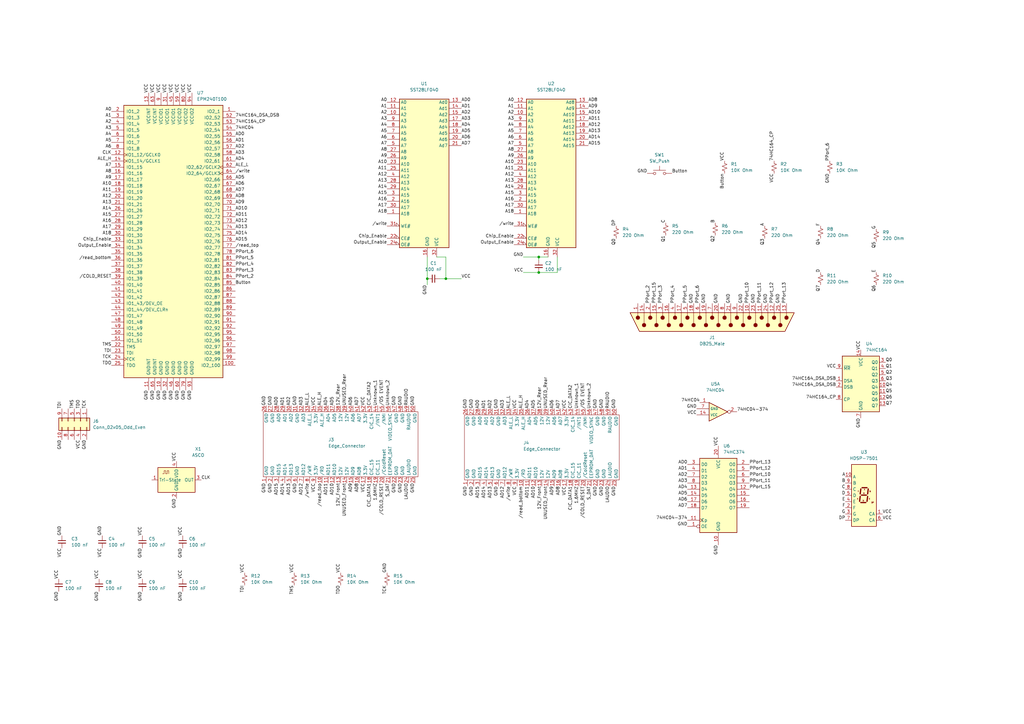
<source format=kicad_sch>
(kicad_sch (version 20211123) (generator eeschema)
  (paper "A3")
  (lib_symbols
    (symbol "74xx:74HC04"
      (property "Reference" "U5" (at -1.27 11.43 0))
      (property "Value" "74HC04" (at -1.27 8.89 0))
      (symbol "74HC04_1_0"
        (pin input line (at -7.62 3.81 0) (length 3.81) (name "~") (number "1"))
        (pin output inverted (at 7.62 0 180) (length 3.81) (name "~") (number "2"))
      )
      (symbol "74HC04_1_1"
        (pin power_in line (at -8.89 -1.27 0) (length 5.08) (name "VCC") (number "14"))
        (pin power_in line (at -8.89 1.27 0) (length 5.08) (name "GND") (number "7"))
      )
      (symbol "74HC04_2_0"
        (pin input line (at -7.62 0 0) (length 3.81) (name "~") (number "3"))
        (pin output inverted (at 7.62 0 180) (length 3.81) (name "~") (number "4"))
      )
      (symbol "74HC04_3_0"
        (pin input line (at -7.62 0 0) (length 3.81) (name "~") (number "5"))
        (pin output inverted (at 7.62 0 180) (length 3.81) (name "~") (number "6"))
      )
      (symbol "74HC04_4_0"
        (pin output inverted (at 7.62 0 180) (length 3.81) (name "~") (number "8"))
        (pin input line (at -7.62 0 0) (length 3.81) (name "~") (number "9"))
      )
      (symbol "74HC04_5_0"
        (pin output inverted (at 7.62 0 180) (length 3.81) (name "~") (number "10"))
        (pin input line (at -7.62 0 0) (length 3.81) (name "~") (number "11"))
      )
      (symbol "74HC04_6_0"
        (pin output inverted (at 7.62 0 180) (length 3.81) (name "~") (number "12"))
        (pin input line (at -7.62 0 0) (length 3.81) (name "~") (number "13"))
      )
      (symbol "74HC04_7_0"
        (pin power_in line (at 0 12.7 270) (length 5.08) (name "VCC") (number "14"))
        (pin power_in line (at 0 -12.7 90) (length 5.08) (name "GND") (number "7"))
      )
    )
    (symbol "74xx:74HC164"
      (property "Reference" "U" (at 1.905 -13.97 0))
      (property "Value" "74HC164" (at 1.905 -16.51 0))
      (symbol "74HC164_1_1"
        (pin input line (at -10.16 0 0) (length 2.54) (name "DSA") (number "1"))
        (pin output line (at 10.16 -2.54 180) (length 2.54) (name "Q4") (number "10"))
        (pin output line (at 10.16 -5.08 180) (length 2.54) (name "Q5") (number "11"))
        (pin output line (at 10.16 -7.62 180) (length 2.54) (name "Q6") (number "12"))
        (pin output line (at 10.16 -10.16 180) (length 2.54) (name "Q7") (number "13"))
        (pin power_in line (at 0 12.7 270) (length 2.54) (name "VCC") (number "14"))
        (pin input line (at -10.16 -2.54 0) (length 2.54) (name "DSB") (number "2"))
        (pin output line (at 10.16 7.62 180) (length 2.54) (name "Q0") (number "3"))
        (pin output line (at 10.16 5.08 180) (length 2.54) (name "Q1") (number "4"))
        (pin output line (at 10.16 2.54 180) (length 2.54) (name "Q2") (number "5"))
        (pin output line (at 10.16 0 180) (length 2.54) (name "Q3") (number "6"))
        (pin power_in line (at 0 -15.24 90) (length 2.54) (name "GND") (number "7"))
        (pin input line (at -10.16 -7.62 0) (length 2.54) (name "CP") (number "8"))
        (pin input line (at -10.16 5.08 0) (length 2.54) (name "~{MR}") (number "9"))
      )
    )
    (symbol "74xx:74HC374"
      (property "Reference" "U" (at -7.62 16.51 0))
      (property "Value" "74HC374" (at -7.62 -16.51 0))
      (symbol "74HC374_1_0"
        (pin input inverted (at -12.7 -12.7 0) (length 5.08) (name "OE") (number "1"))
        (pin power_in line (at 0 -20.32 90) (length 5.08) (name "GND") (number "10"))
        (pin input clock (at -12.7 -10.16 0) (length 5.08) (name "Cp") (number "11"))
        (pin tri_state line (at 12.7 2.54 180) (length 5.08) (name "O4") (number "12"))
        (pin input line (at -12.7 2.54 0) (length 5.08) (name "D4") (number "13"))
        (pin input line (at -12.7 0 0) (length 5.08) (name "D5") (number "14"))
        (pin tri_state line (at 12.7 0 180) (length 5.08) (name "O5") (number "15"))
        (pin tri_state line (at 12.7 -2.54 180) (length 5.08) (name "O6") (number "16"))
        (pin input line (at -12.7 -2.54 0) (length 5.08) (name "D6") (number "17"))
        (pin input line (at -12.7 -5.08 0) (length 5.08) (name "D7") (number "18"))
        (pin tri_state line (at 12.7 -5.08 180) (length 5.08) (name "O7") (number "19"))
        (pin tri_state line (at 12.7 12.7 180) (length 5.08) (name "O0") (number "2"))
        (pin power_in line (at 0 20.32 270) (length 5.08) (name "VCC") (number "20"))
        (pin input line (at -12.7 12.7 0) (length 5.08) (name "D0") (number "3"))
        (pin input line (at -12.7 10.16 0) (length 5.08) (name "D1") (number "4"))
        (pin tri_state line (at 12.7 10.16 180) (length 5.08) (name "O1") (number "5"))
        (pin tri_state line (at 12.7 7.62 180) (length 5.08) (name "O2") (number "6"))
        (pin input line (at -12.7 7.62 0) (length 5.08) (name "D2") (number "7"))
        (pin input line (at -12.7 5.08 0) (length 5.08) (name "D3") (number "8"))
        (pin tri_state line (at 12.7 5.08 180) (length 5.08) (name "O3") (number "9"))
      )
    )
    (symbol "CPLD_Altera:EPM240T100" (pin_names (offset 1.016))
      (property "Reference" "U" (at 10.16 57.15 0))
      (property "Value" "EPM240T100" (at 10.16 -57.15 0))
      (symbol "EPM240T100_1_1"
        (pin bidirectional line (at 25.4 53.34 180) (length 5.08) (name "IO2_1") (number "1"))
        (pin power_in line (at -5.08 -60.96 90) (length 5.08) (name "GNDIO") (number "10"))
        (pin bidirectional line (at 25.4 -50.8 180) (length 5.08) (name "IO2_100") (number "100"))
        (pin power_in line (at -10.16 -60.96 90) (length 5.08) (name "GNDINT") (number "11"))
        (pin bidirectional clock (at -25.4 35.56 0) (length 5.08) (name "IO1_12/GCLK0") (number "12"))
        (pin power_in line (at -10.16 60.96 270) (length 5.08) (name "VCCINT") (number "13"))
        (pin bidirectional clock (at -25.4 33.02 0) (length 5.08) (name "IO1_14/GCLK1") (number "14"))
        (pin bidirectional line (at -25.4 30.48 0) (length 5.08) (name "IO1_15") (number "15"))
        (pin bidirectional line (at -25.4 27.94 0) (length 5.08) (name "IO1_16") (number "16"))
        (pin bidirectional line (at -25.4 25.4 0) (length 5.08) (name "IO1_17") (number "17"))
        (pin bidirectional line (at -25.4 22.86 0) (length 5.08) (name "IO1_18") (number "18"))
        (pin bidirectional line (at -25.4 20.32 0) (length 5.08) (name "IO1_19") (number "19"))
        (pin bidirectional line (at -25.4 53.34 0) (length 5.08) (name "IO1_2") (number "2"))
        (pin bidirectional line (at -25.4 17.78 0) (length 5.08) (name "IO1_20") (number "20"))
        (pin bidirectional line (at -25.4 15.24 0) (length 5.08) (name "IO1_21") (number "21"))
        (pin input line (at -25.4 -43.18 0) (length 5.08) (name "TMS") (number "22"))
        (pin input line (at -25.4 -45.72 0) (length 5.08) (name "TDI") (number "23"))
        (pin input clock (at -25.4 -48.26 0) (length 5.08) (name "TCK") (number "24"))
        (pin output line (at -25.4 -50.8 0) (length 5.08) (name "TDO") (number "25"))
        (pin bidirectional line (at -25.4 12.7 0) (length 5.08) (name "IO1_26") (number "26"))
        (pin bidirectional line (at -25.4 10.16 0) (length 5.08) (name "IO1_27") (number "27"))
        (pin bidirectional line (at -25.4 7.62 0) (length 5.08) (name "IO1_28") (number "28"))
        (pin bidirectional line (at -25.4 5.08 0) (length 5.08) (name "IO1_29") (number "29"))
        (pin bidirectional line (at -25.4 50.8 0) (length 5.08) (name "IO1_3") (number "3"))
        (pin bidirectional line (at -25.4 2.54 0) (length 5.08) (name "IO1_30") (number "30"))
        (pin power_in line (at -2.54 60.96 270) (length 5.08) (name "VCCIO1") (number "31"))
        (pin power_in line (at -2.54 -60.96 90) (length 5.08) (name "GNDIO") (number "32"))
        (pin bidirectional line (at -25.4 0 0) (length 5.08) (name "IO1_33") (number "33"))
        (pin bidirectional line (at -25.4 -2.54 0) (length 5.08) (name "IO1_34") (number "34"))
        (pin bidirectional line (at -25.4 -5.08 0) (length 5.08) (name "IO1_35") (number "35"))
        (pin bidirectional line (at -25.4 -7.62 0) (length 5.08) (name "IO1_36") (number "36"))
        (pin bidirectional line (at -25.4 -10.16 0) (length 5.08) (name "IO1_37") (number "37"))
        (pin bidirectional line (at -25.4 -12.7 0) (length 5.08) (name "IO1_38") (number "38"))
        (pin bidirectional line (at -25.4 -15.24 0) (length 5.08) (name "IO1_39") (number "39"))
        (pin bidirectional line (at -25.4 48.26 0) (length 5.08) (name "IO1_4") (number "4"))
        (pin bidirectional line (at -25.4 -17.78 0) (length 5.08) (name "IO1_40") (number "40"))
        (pin bidirectional line (at -25.4 -20.32 0) (length 5.08) (name "IO1_41") (number "41"))
        (pin bidirectional line (at -25.4 -22.86 0) (length 5.08) (name "IO1_42") (number "42"))
        (pin bidirectional line (at -25.4 -25.4 0) (length 5.08) (name "IO1_43/DEV_OE") (number "43"))
        (pin bidirectional line (at -25.4 -27.94 0) (length 5.08) (name "IO1_44/DEV_CLRn") (number "44"))
        (pin power_in line (at 0 60.96 270) (length 5.08) (name "VCCIO1") (number "45"))
        (pin power_in line (at 0 -60.96 90) (length 5.08) (name "GNDIO") (number "46"))
        (pin bidirectional line (at -25.4 -30.48 0) (length 5.08) (name "IO1_47") (number "47"))
        (pin bidirectional line (at -25.4 -33.02 0) (length 5.08) (name "IO1_48") (number "48"))
        (pin bidirectional line (at -25.4 -35.56 0) (length 5.08) (name "IO1_49") (number "49"))
        (pin bidirectional line (at -25.4 45.72 0) (length 5.08) (name "IO1_5") (number "5"))
        (pin bidirectional line (at -25.4 -38.1 0) (length 5.08) (name "IO1_50") (number "50"))
        (pin bidirectional line (at -25.4 -40.64 0) (length 5.08) (name "IO1_51") (number "51"))
        (pin bidirectional line (at 25.4 50.8 180) (length 5.08) (name "IO2_52") (number "52"))
        (pin bidirectional line (at 25.4 48.26 180) (length 5.08) (name "IO2_53") (number "53"))
        (pin bidirectional line (at 25.4 45.72 180) (length 5.08) (name "IO2_54") (number "54"))
        (pin bidirectional line (at 25.4 43.18 180) (length 5.08) (name "IO2_55") (number "55"))
        (pin bidirectional line (at 25.4 40.64 180) (length 5.08) (name "IO2_56") (number "56"))
        (pin bidirectional line (at 25.4 38.1 180) (length 5.08) (name "IO2_57") (number "57"))
        (pin bidirectional line (at 25.4 35.56 180) (length 5.08) (name "IO2_58") (number "58"))
        (pin power_in line (at 2.54 60.96 270) (length 5.08) (name "VCCIO2") (number "59"))
        (pin bidirectional line (at -25.4 43.18 0) (length 5.08) (name "IO1_6") (number "6"))
        (pin power_in line (at 2.54 -60.96 90) (length 5.08) (name "GNDIO") (number "60"))
        (pin bidirectional line (at 25.4 33.02 180) (length 5.08) (name "IO2_61") (number "61"))
        (pin bidirectional clock (at 25.4 30.48 180) (length 5.08) (name "IO2_62/GCLK2") (number "62"))
        (pin power_in line (at -7.62 60.96 270) (length 5.08) (name "VCCINT") (number "63"))
        (pin bidirectional clock (at 25.4 27.94 180) (length 5.08) (name "IO2_64/GCLK3") (number "64"))
        (pin power_in line (at -7.62 -60.96 90) (length 5.08) (name "GNDINT") (number "65"))
        (pin bidirectional line (at 25.4 25.4 180) (length 5.08) (name "IO2_66") (number "66"))
        (pin bidirectional line (at 25.4 22.86 180) (length 5.08) (name "IO2_67") (number "67"))
        (pin bidirectional line (at 25.4 20.32 180) (length 5.08) (name "IO2_68") (number "68"))
        (pin bidirectional line (at 25.4 17.78 180) (length 5.08) (name "IO2_69") (number "69"))
        (pin bidirectional line (at -25.4 40.64 0) (length 5.08) (name "IO1_7") (number "7"))
        (pin bidirectional line (at 25.4 15.24 180) (length 5.08) (name "IO2_70") (number "70"))
        (pin bidirectional line (at 25.4 12.7 180) (length 5.08) (name "IO2_71") (number "71"))
        (pin bidirectional line (at 25.4 10.16 180) (length 5.08) (name "IO2_72") (number "72"))
        (pin bidirectional line (at 25.4 7.62 180) (length 5.08) (name "IO2_73") (number "73"))
        (pin bidirectional line (at 25.4 5.08 180) (length 5.08) (name "IO2_74") (number "74"))
        (pin bidirectional line (at 25.4 2.54 180) (length 5.08) (name "IO2_75") (number "75"))
        (pin bidirectional line (at 25.4 0 180) (length 5.08) (name "IO2_76") (number "76"))
        (pin bidirectional line (at 25.4 -2.54 180) (length 5.08) (name "IO2_77") (number "77"))
        (pin bidirectional line (at 25.4 -5.08 180) (length 5.08) (name "IO2_78") (number "78"))
        (pin power_in line (at 5.08 -60.96 90) (length 5.08) (name "GNDIO") (number "79"))
        (pin bidirectional line (at -25.4 38.1 0) (length 5.08) (name "IO1_8") (number "8"))
        (pin power_in line (at 5.08 60.96 270) (length 5.08) (name "VCCIO2") (number "80"))
        (pin bidirectional line (at 25.4 -7.62 180) (length 5.08) (name "IO2_81") (number "81"))
        (pin bidirectional line (at 25.4 -10.16 180) (length 5.08) (name "IO2_82") (number "82"))
        (pin bidirectional line (at 25.4 -12.7 180) (length 5.08) (name "IO2_83") (number "83"))
        (pin bidirectional line (at 25.4 -15.24 180) (length 5.08) (name "IO2_84") (number "84"))
        (pin bidirectional line (at 25.4 -17.78 180) (length 5.08) (name "IO2_85") (number "85"))
        (pin bidirectional line (at 25.4 -20.32 180) (length 5.08) (name "IO2_86") (number "86"))
        (pin bidirectional line (at 25.4 -22.86 180) (length 5.08) (name "IO2_87") (number "87"))
        (pin bidirectional line (at 25.4 -25.4 180) (length 5.08) (name "IO2_88") (number "88"))
        (pin bidirectional line (at 25.4 -27.94 180) (length 5.08) (name "IO2_89") (number "89"))
        (pin power_in line (at -5.08 60.96 270) (length 5.08) (name "VCCIO1") (number "9"))
        (pin bidirectional line (at 25.4 -30.48 180) (length 5.08) (name "IO2_90") (number "90"))
        (pin bidirectional line (at 25.4 -33.02 180) (length 5.08) (name "IO2_91") (number "91"))
        (pin bidirectional line (at 25.4 -35.56 180) (length 5.08) (name "IO2_92") (number "92"))
        (pin power_in line (at 7.62 -60.96 90) (length 5.08) (name "GNDIO") (number "93"))
        (pin power_in line (at 7.62 60.96 270) (length 5.08) (name "VCCIO2") (number "94"))
        (pin bidirectional line (at 25.4 -38.1 180) (length 5.08) (name "IO2_95") (number "95"))
        (pin bidirectional line (at 25.4 -40.64 180) (length 5.08) (name "IO2_96") (number "96"))
        (pin bidirectional line (at 25.4 -43.18 180) (length 5.08) (name "IO2_97") (number "97"))
        (pin bidirectional line (at 25.4 -45.72 180) (length 5.08) (name "IO2_98") (number "98"))
        (pin bidirectional line (at 25.4 -48.26 180) (length 5.08) (name "IO2_99") (number "99"))
      )
    )
    (symbol "Connector:DB25_Male" (pin_names (offset 1.016) hide)
      (property "Reference" "J" (at 0 34.29 0))
      (property "Value" "DB25_Male" (at 0 -34.925 0))
      (symbol "DB25_Male_1_1"
        (pin passive line (at -7.62 -30.48 0) (length 3.81) (name "1") (number "1"))
        (pin passive line (at -7.62 15.24 0) (length 3.81) (name "10") (number "10"))
        (pin passive line (at -7.62 20.32 0) (length 3.81) (name "11") (number "11"))
        (pin passive line (at -7.62 25.4 0) (length 3.81) (name "12") (number "12"))
        (pin passive line (at -7.62 30.48 0) (length 3.81) (name "13") (number "13"))
        (pin passive line (at -7.62 -27.94 0) (length 3.81) (name "P14") (number "14"))
        (pin passive line (at -7.62 -22.86 0) (length 3.81) (name "P15") (number "15"))
        (pin passive line (at -7.62 -17.78 0) (length 3.81) (name "P16") (number "16"))
        (pin passive line (at -7.62 -12.7 0) (length 3.81) (name "P17") (number "17"))
        (pin passive line (at -7.62 -7.62 0) (length 3.81) (name "P18") (number "18"))
        (pin passive line (at -7.62 -2.54 0) (length 3.81) (name "P19") (number "19"))
        (pin passive line (at -7.62 -25.4 0) (length 3.81) (name "2") (number "2"))
        (pin passive line (at -7.62 2.54 0) (length 3.81) (name "P20") (number "20"))
        (pin passive line (at -7.62 7.62 0) (length 3.81) (name "P21") (number "21"))
        (pin passive line (at -7.62 12.7 0) (length 3.81) (name "P22") (number "22"))
        (pin passive line (at -7.62 17.78 0) (length 3.81) (name "P23") (number "23"))
        (pin passive line (at -7.62 22.86 0) (length 3.81) (name "P24") (number "24"))
        (pin passive line (at -7.62 27.94 0) (length 3.81) (name "P25") (number "25"))
        (pin passive line (at -7.62 -20.32 0) (length 3.81) (name "3") (number "3"))
        (pin passive line (at -7.62 -15.24 0) (length 3.81) (name "4") (number "4"))
        (pin passive line (at -7.62 -10.16 0) (length 3.81) (name "5") (number "5"))
        (pin passive line (at -7.62 -5.08 0) (length 3.81) (name "6") (number "6"))
        (pin passive line (at -7.62 0 0) (length 3.81) (name "7") (number "7"))
        (pin passive line (at -7.62 5.08 0) (length 3.81) (name "8") (number "8"))
        (pin passive line (at -7.62 10.16 0) (length 3.81) (name "9") (number "9"))
      )
    )
    (symbol "Connector_Generic:Conn_02x05_Odd_Even" (pin_names (offset 1.016) hide)
      (property "Reference" "J" (at 1.27 7.62 0))
      (property "Value" "Conn_02x05_Odd_Even" (at 1.27 -7.62 0))
      (symbol "Conn_02x05_Odd_Even_1_1"
        (pin passive line (at -5.08 5.08 0) (length 3.81) (name "Pin_1") (number "1"))
        (pin passive line (at 7.62 -5.08 180) (length 3.81) (name "Pin_10") (number "10"))
        (pin passive line (at 7.62 5.08 180) (length 3.81) (name "Pin_2") (number "2"))
        (pin passive line (at -5.08 2.54 0) (length 3.81) (name "Pin_3") (number "3"))
        (pin passive line (at 7.62 2.54 180) (length 3.81) (name "Pin_4") (number "4"))
        (pin passive line (at -5.08 0 0) (length 3.81) (name "Pin_5") (number "5"))
        (pin passive line (at 7.62 0 180) (length 3.81) (name "Pin_6") (number "6"))
        (pin passive line (at -5.08 -2.54 0) (length 3.81) (name "Pin_7") (number "7"))
        (pin passive line (at 7.62 -2.54 180) (length 3.81) (name "Pin_8") (number "8"))
        (pin passive line (at -5.08 -5.08 0) (length 3.81) (name "Pin_9") (number "9"))
      )
    )
    (symbol "Custom_Flash:SST28LF040"
      (property "Reference" "U1" (at 0 38.1 0))
      (property "Value" "SST28LF040" (at 0 35.56 0))
      (symbol "SST28LF040_1_1"
        (pin input line (at -15.24 -15.24 0) (length 5.08) (name "A18") (number "1"))
        (pin input line (at -15.24 25.4 0) (length 5.08) (name "A2") (number "10"))
        (pin input line (at -15.24 27.94 0) (length 5.08) (name "A1") (number "11"))
        (pin input line (at -15.24 30.48 0) (length 5.08) (name "A0") (number "12"))
        (pin tri_state line (at 15.24 30.48 180) (length 5.08) (name "Ad0") (number "13"))
        (pin tri_state line (at 15.24 27.94 180) (length 5.08) (name "Ad1") (number "14"))
        (pin tri_state line (at 15.24 25.4 180) (length 5.08) (name "Ad2") (number "15"))
        (pin power_in line (at 1.27 -33.02 90) (length 3.81) (name "GND") (number "16"))
        (pin tri_state line (at 15.24 22.86 180) (length 5.08) (name "Ad3") (number "17"))
        (pin tri_state line (at 15.24 20.32 180) (length 5.08) (name "Ad4") (number "18"))
        (pin tri_state line (at 15.24 17.78 180) (length 5.08) (name "Ad5") (number "19"))
        (pin input line (at -15.24 -10.16 0) (length 5.08) (name "A16") (number "2"))
        (pin tri_state line (at 15.24 15.24 180) (length 5.08) (name "Ad6") (number "20"))
        (pin tri_state line (at 15.24 12.7 180) (length 5.08) (name "Ad7") (number "21"))
        (pin input input_low (at -15.24 -25.4 0) (length 5.08) (name "CE#") (number "22"))
        (pin input line (at -15.24 5.08 0) (length 5.08) (name "A10") (number "23"))
        (pin input input_low (at -15.24 -27.94 0) (length 5.08) (name "OE#") (number "24"))
        (pin input line (at -15.24 2.54 0) (length 5.08) (name "A11") (number "25"))
        (pin input line (at -15.24 7.62 0) (length 5.08) (name "A9") (number "26"))
        (pin input line (at -15.24 10.16 0) (length 5.08) (name "A8") (number "27"))
        (pin input line (at -15.24 -2.54 0) (length 5.08) (name "A13") (number "28"))
        (pin input line (at -15.24 -5.08 0) (length 5.08) (name "A14") (number "29"))
        (pin input line (at -15.24 -7.62 0) (length 5.08) (name "A15") (number "3"))
        (pin input line (at -15.24 -12.7 0) (length 5.08) (name "A17") (number "30"))
        (pin input input_low (at -15.24 -20.32 0) (length 5.08) (name "WE#") (number "31"))
        (pin power_in line (at 5.08 -33.02 90) (length 3.81) (name "VCC") (number "32"))
        (pin input line (at -15.24 0 0) (length 5.08) (name "A12") (number "4"))
        (pin input line (at -15.24 12.7 0) (length 5.08) (name "A7") (number "5"))
        (pin input line (at -15.24 15.24 0) (length 5.08) (name "A6") (number "6"))
        (pin input line (at -15.24 17.78 0) (length 5.08) (name "A5") (number "7"))
        (pin input line (at -15.24 20.32 0) (length 5.08) (name "A4") (number "8"))
        (pin input line (at -15.24 22.86 0) (length 5.08) (name "A3") (number "9"))
      )
    )
    (symbol "Device:C_Small" (pin_numbers hide) (pin_names (offset 0.254) hide)
      (property "Reference" "C" (at 0.254 1.778 0))
      (property "Value" "C_Small" (at 0.254 -2.032 0))
      (symbol "C_Small_1_1"
        (pin passive line (at 0 2.54 270) (length 2.032) (name "~") (number "1"))
        (pin passive line (at 0 -2.54 90) (length 2.032) (name "~") (number "2"))
      )
    )
    (symbol "Device:R_Small_US" (pin_numbers hide) (pin_names (offset 0.254) hide)
      (property "Reference" "R" (at 0.762 0.508 0))
      (property "Value" "R_Small_US" (at 0.762 -1.016 0))
      (symbol "R_Small_US_1_1"
        (pin passive line (at 0 2.54 270) (length 1.016) (name "~") (number "1"))
        (pin passive line (at 0 -2.54 90) (length 1.016) (name "~") (number "2"))
      )
    )
    (symbol "Display_Character:HDSP-7501"
      (property "Reference" "U" (at -3.81 13.97 0))
      (property "Value" "HDSP-7501" (at 6.35 13.97 0))
      (symbol "HDSP-7501_1_0"
        (text "A" (at 0.254 2.413 0) (effects (font (size 0.508 0.508))))
        (text "B" (at 2.54 1.651 0) (effects (font (size 0.508 0.508))))
        (text "C" (at 2.286 -1.397 0) (effects (font (size 0.508 0.508))))
        (text "D" (at -0.254 -2.159 0) (effects (font (size 0.508 0.508))))
        (text "DP" (at 3.556 -2.921 0) (effects (font (size 0.508 0.508))))
        (text "E" (at -2.54 -1.397 0) (effects (font (size 0.508 0.508))))
        (text "F" (at -2.286 1.651 0) (effects (font (size 0.508 0.508))))
        (text "G" (at 0 0.889 0) (effects (font (size 0.508 0.508))))
      )
      (symbol "HDSP-7501_1_1"
        (pin input line (at 7.62 -7.62 180) (length 2.54) (name "CA") (number "1"))
        (pin input line (at -7.62 7.62 0) (length 2.54) (name "A") (number "10"))
        (pin input line (at -7.62 -5.08 0) (length 2.54) (name "F") (number "2"))
        (pin input line (at -7.62 -7.62 0) (length 2.54) (name "G") (number "3"))
        (pin input line (at -7.62 -2.54 0) (length 2.54) (name "E") (number "4"))
        (pin input line (at -7.62 0 0) (length 2.54) (name "D") (number "5"))
        (pin input line (at 7.62 -10.16 180) (length 2.54) (name "CA") (number "6"))
        (pin input line (at -7.62 -10.16 0) (length 2.54) (name "DP") (number "7"))
        (pin input line (at -7.62 2.54 0) (length 2.54) (name "C") (number "8"))
        (pin input line (at -7.62 5.08 0) (length 2.54) (name "B") (number "9"))
      )
    )
    (symbol "N64:Edge_Connector"
      (property "Reference" "U" (at 0 2.54 0))
      (property "Value" "Edge_Connector" (at 0 0 0))
      (symbol "Edge_Connector_1_1"
        (pin power_out line (at -31.75 -15.24 90) (length 2.54) (name "GND") (number "1"))
        (pin output line (at -8.89 -15.24 90) (length 2.54) (name "/RD") (number "10"))
        (pin bidirectional line (at -6.35 -15.24 90) (length 2.54) (name "AD11") (number "11"))
        (pin bidirectional line (at -3.81 -15.24 90) (length 2.54) (name "AD10") (number "12"))
        (pin power_out line (at -1.27 -15.24 90) (length 2.54) (name "12V") (number "13"))
        (pin power_out line (at 1.27 -15.24 90) (length 2.54) (name "12V") (number "14"))
        (pin bidirectional line (at 3.81 -15.24 90) (length 2.54) (name "AD9") (number "15"))
        (pin bidirectional line (at 6.35 -15.24 90) (length 2.54) (name "AD8") (number "16"))
        (pin power_out line (at 8.89 -15.24 90) (length 2.54) (name "3.3V") (number "17"))
        (pin bidirectional line (at 11.43 -15.24 90) (length 2.54) (name "CIC_15") (number "18"))
        (pin bidirectional line (at 13.97 -15.24 90) (length 2.54) (name "CIC_11") (number "19"))
        (pin power_out line (at -29.21 -15.24 90) (length 2.54) (name "GND") (number "2"))
        (pin bidirectional line (at 16.51 -15.24 90) (length 2.54) (name "/ColdReset") (number "20"))
        (pin bidirectional line (at 19.05 -15.24 90) (length 2.54) (name "EEPROM_DAT") (number "21"))
        (pin power_out line (at 21.59 -15.24 90) (length 2.54) (name "GND") (number "22"))
        (pin power_out line (at 24.13 -15.24 90) (length 2.54) (name "GND") (number "23"))
        (pin bidirectional line (at 26.67 -15.24 90) (length 2.54) (name "LAUDIO") (number "24"))
        (pin power_out line (at 29.21 -15.24 90) (length 2.54) (name "GND") (number "25"))
        (pin power_out line (at -31.75 16.51 270) (length 2.54) (name "GND") (number "26"))
        (pin power_out line (at -29.21 16.51 270) (length 2.54) (name "GND") (number "27"))
        (pin bidirectional line (at -26.67 16.51 270) (length 2.54) (name "AD0") (number "28"))
        (pin bidirectional line (at -24.13 16.51 270) (length 2.54) (name "AD1") (number "29"))
        (pin bidirectional line (at -26.67 -15.24 90) (length 2.54) (name "AD15") (number "3"))
        (pin bidirectional line (at -21.59 16.51 270) (length 2.54) (name "AD2") (number "30"))
        (pin power_out line (at -19.05 16.51 270) (length 2.54) (name "GND") (number "31"))
        (pin bidirectional line (at -16.51 16.51 270) (length 2.54) (name "AD3") (number "32"))
        (pin output line (at -13.97 16.51 270) (length 2.54) (name "ALE_L") (number "33"))
        (pin power_out line (at -11.43 16.51 270) (length 2.54) (name "3.3V") (number "34"))
        (pin output line (at -8.89 16.51 270) (length 2.54) (name "ALE_H") (number "35"))
        (pin bidirectional line (at -6.35 16.51 270) (length 2.54) (name "AD4") (number "36"))
        (pin bidirectional line (at -3.81 16.51 270) (length 2.54) (name "AD5") (number "37"))
        (pin power_out line (at -1.27 16.51 270) (length 2.54) (name "12V") (number "38"))
        (pin power_out line (at 1.27 16.51 270) (length 2.54) (name "12V") (number "39"))
        (pin bidirectional line (at -24.13 -15.24 90) (length 2.54) (name "AD14") (number "4"))
        (pin bidirectional line (at 3.81 16.51 270) (length 2.54) (name "AD6") (number "40"))
        (pin bidirectional line (at 6.35 16.51 270) (length 2.54) (name "AD7") (number "41"))
        (pin bidirectional line (at 8.89 16.51 270) (length 2.54) (name "3.3V") (number "42"))
        (pin bidirectional line (at 11.43 16.51 270) (length 2.54) (name "CIC_14") (number "43"))
        (pin bidirectional line (at 13.97 16.51 270) (length 2.54) (name "/INT1") (number "44"))
        (pin bidirectional line (at 16.51 16.51 270) (length 2.54) (name "/NMI") (number "45"))
        (pin bidirectional line (at 19.05 16.51 270) (length 2.54) (name "VIDEO_SYNC") (number "46"))
        (pin power_out line (at 21.59 16.51 270) (length 2.54) (name "GND") (number "47"))
        (pin power_out line (at 24.13 16.51 270) (length 2.54) (name "GND") (number "48"))
        (pin bidirectional line (at 26.67 16.51 270) (length 2.54) (name "RAUDIO") (number "49"))
        (pin bidirectional line (at -21.59 -15.24 90) (length 2.54) (name "AD13") (number "5"))
        (pin power_out line (at 29.21 16.51 270) (length 2.54) (name "GND") (number "50"))
        (pin power_out line (at -19.05 -15.24 90) (length 2.54) (name "GND") (number "6"))
        (pin bidirectional line (at -16.51 -15.24 90) (length 2.54) (name "AD12") (number "7"))
        (pin output line (at -13.97 -15.24 90) (length 2.54) (name "/WR") (number "8"))
        (pin power_out line (at -11.43 -15.24 90) (length 2.54) (name "3.3V") (number "9"))
      )
    )
    (symbol "Oscillator:ASCO"
      (property "Reference" "X" (at -7.62 6.35 0))
      (property "Value" "ASCO" (at 1.27 -6.35 0))
      (symbol "ASCO_1_1"
        (pin input line (at -10.16 0 0) (length 2.54) (name "Tri-State") (number "1"))
        (pin power_in line (at 0 -7.62 90) (length 2.54) (name "GND") (number "2"))
        (pin output line (at 10.16 0 180) (length 2.54) (name "OUT") (number "3"))
        (pin power_in line (at 0 7.62 270) (length 2.54) (name "VDD") (number "4"))
      )
    )
    (symbol "SST28LF040_1"
      (property "Reference" "U2" (at 0 38.1 0))
      (property "Value" "SST28LF040" (at 0 35.56 0))
      (symbol "SST28LF040_1_1_1"
        (pin input line (at -15.24 -15.24 0) (length 5.08) (name "A18") (number "1"))
        (pin input line (at -15.24 25.4 0) (length 5.08) (name "A2") (number "10"))
        (pin input line (at -15.24 27.94 0) (length 5.08) (name "A1") (number "11"))
        (pin input line (at -15.24 30.48 0) (length 5.08) (name "A0") (number "12"))
        (pin tri_state line (at 15.24 30.48 180) (length 5.08) (name "Ad8") (number "13"))
        (pin tri_state line (at 15.24 27.94 180) (length 5.08) (name "Ad9") (number "14"))
        (pin tri_state line (at 15.24 25.4 180) (length 5.08) (name "Ad10") (number "15"))
        (pin power_in line (at -1.27 -33.02 90) (length 3.81) (name "GND") (number "16"))
        (pin tri_state line (at 15.24 22.86 180) (length 5.08) (name "Ad11") (number "17"))
        (pin tri_state line (at 15.24 20.32 180) (length 5.08) (name "Ad12") (number "18"))
        (pin tri_state line (at 15.24 17.78 180) (length 5.08) (name "Ad13") (number "19"))
        (pin input line (at -15.24 -10.16 0) (length 5.08) (name "A16") (number "2"))
        (pin tri_state line (at 15.24 15.24 180) (length 5.08) (name "Ad14") (number "20"))
        (pin tri_state line (at 15.24 12.7 180) (length 5.08) (name "Ad15") (number "21"))
        (pin input input_low (at -15.24 -25.4 0) (length 5.08) (name "CE#") (number "22"))
        (pin input line (at -15.24 5.08 0) (length 5.08) (name "A10") (number "23"))
        (pin input input_low (at -15.24 -27.94 0) (length 5.08) (name "OE#") (number "24"))
        (pin input line (at -15.24 2.54 0) (length 5.08) (name "A11") (number "25"))
        (pin input line (at -15.24 7.62 0) (length 5.08) (name "A9") (number "26"))
        (pin input line (at -15.24 10.16 0) (length 5.08) (name "A8") (number "27"))
        (pin input line (at -15.24 -2.54 0) (length 5.08) (name "A13") (number "28"))
        (pin input line (at -15.24 -5.08 0) (length 5.08) (name "A14") (number "29"))
        (pin input line (at -15.24 -7.62 0) (length 5.08) (name "A15") (number "3"))
        (pin input line (at -15.24 -12.7 0) (length 5.08) (name "A17") (number "30"))
        (pin input input_low (at -15.24 -20.32 0) (length 5.08) (name "WE#") (number "31"))
        (pin power_in line (at 2.54 -33.02 90) (length 3.81) (name "VCC") (number "32"))
        (pin input line (at -15.24 0 0) (length 5.08) (name "A12") (number "4"))
        (pin input line (at -15.24 12.7 0) (length 5.08) (name "A7") (number "5"))
        (pin input line (at -15.24 15.24 0) (length 5.08) (name "A6") (number "6"))
        (pin input line (at -15.24 17.78 0) (length 5.08) (name "A5") (number "7"))
        (pin input line (at -15.24 20.32 0) (length 5.08) (name "A4") (number "8"))
        (pin input line (at -15.24 22.86 0) (length 5.08) (name "A3") (number "9"))
      )
    )
    (symbol "Switch:SW_Push" (pin_numbers hide) (pin_names (offset 1.016) hide)
      (property "Reference" "SW" (at 1.27 2.54 0))
      (property "Value" "SW_Push" (at 0 -1.524 0))
      (symbol "SW_Push_0_1"
        (pin passive line (at -5.08 0 0) (length 2.54) (name "1") (number "1"))
        (pin passive line (at 5.08 0 180) (length 2.54) (name "2") (number "2"))
      )
    )
  )
  (junction (at 220.98 105.41))
  (junction (at 182.88 114.3))
  (junction (at 175.26 114.3))
  (junction (at 220.98 111.76))
  (wire (pts (xy 220.98 105.41) (xy 224.79 105.41)))
  (wire (pts (xy 182.88 105.41) (xy 182.88 114.3)))
  (wire (pts (xy 214.63 111.76) (xy 220.98 111.76)))
  (wire (pts (xy 179.07 105.41) (xy 182.88 105.41)))
  (wire (pts (xy 182.88 114.3) (xy 180.34 114.3)))
  (wire (pts (xy 175.26 114.3) (xy 175.26 105.41)))
  (wire (pts (xy 214.63 105.41) (xy 220.98 105.41)))
  (wire (pts (xy 182.88 114.3) (xy 189.23 114.3)))
  (wire (pts (xy 220.98 105.41) (xy 220.98 106.68)))
  (wire (pts (xy 220.98 111.76) (xy 228.6 111.76)))
  (wire (pts (xy 228.6 105.41) (xy 228.6 111.76)))
  (wire (pts (xy 175.26 116.84) (xy 175.26 114.3)))
  (label "B" (at 293.37 91.44 90))
  (label "GND" (at 58.42 242.57 270))
  (label "74HC164_CP" (at 96.52 50.8 0))
  (label "TDI" (at 100.33 240.03 270))
  (label "Q3" (at 363.22 156.21 0))
  (label "AD9" (at 144.78 198.12 270))
  (label "AD13" (at 119.38 198.12 270))
  (label "GND" (at 299.72 124.46 90))
  (label "VCC" (at 41.91 224.79 270))
  (label "GND" (at 265.43 71.12 180))
  (label "GND" (at 304.8 124.46 90))
  (label "AD12" (at 96.52 91.44 0))
  (label "AD2" (at 189.23 46.99 0))
  (label "Q6" (at 363.22 163.83 0))
  (label "AD13" (at 96.52 93.98 0))
  (label "GND" (at 74.93 242.57 270))
  (label "GND" (at 204.47 199.39 270))
  (label "AD1" (at 116.84 166.37 90))
  (label "GND" (at 58.42 224.79 270))
  (label "PPort_6" (at 287.02 124.46 90))
  (label "LAUDIO" (at 250.19 199.39 270))
  (label "AD4" (at 217.17 167.64 90))
  (label "GND" (at 109.22 198.12 270))
  (label "AD6" (at 281.94 205.74 180))
  (label "VCC" (at 120.65 234.95 90))
  (label "{slash}read_bottom" (at 214.63 199.39 270))
  (label "A12" (at 45.72 81.28 180))
  (label "GND" (at 204.47 167.64 90))
  (label "A13" (at 45.72 83.82 180))
  (label "PPort_4" (at 276.86 124.46 90))
  (label "12V_Rear" (at 139.7 166.37 90))
  (label "S_DAT" (at 160.02 198.12 270))
  (label "GND" (at 252.73 167.64 90))
  (label "A13" (at 210.82 74.93 180))
  (label "VCC" (at 285.75 170.18 180))
  (label "C" (at 273.05 91.44 90))
  (label "ALE_L" (at 96.52 68.58 0))
  (label "GND" (at 158.75 234.95 90))
  (label "A12" (at 158.75 72.39 180))
  (label "PPort_12" (at 317.5 124.46 90))
  (label "GND" (at 247.65 199.39 270))
  (label "GND" (at 247.65 167.64 90))
  (label "VCC" (at 232.41 167.64 90))
  (label "PPort_4" (at 96.52 109.22 0))
  (label "AD4" (at 134.62 166.37 90))
  (label "ALE_H" (at 214.63 167.64 90))
  (label "AD5" (at 219.71 167.64 90))
  (label "Unknown_2" (at 160.02 166.37 90))
  (label "TDO" (at 33.02 167.64 90))
  (label "GND" (at 245.11 167.64 90))
  (label "A10" (at 45.72 76.2 180))
  (label "VCC" (at 60.96 38.1 90))
  (label "AD1" (at 96.52 58.42 0))
  (label "PPort_11" (at 312.42 124.46 90))
  (label "GND" (at 314.96 124.46 90))
  (label "GND" (at 121.92 198.12 270))
  (label "VCC" (at 25.4 224.79 270))
  (label "AD0" (at 281.94 190.5 180))
  (label "GND" (at 111.76 198.12 270))
  (label "A14" (at 158.75 77.47 180))
  (label "Unknown_1" (at 237.49 167.64 90))
  (label "GND" (at 109.22 166.37 90))
  (label "AD11" (at 96.52 88.9 0))
  (label "A11" (at 158.75 69.85 180))
  (label "Button" (at 297.18 71.12 270))
  (label "A8" (at 210.82 62.23 180))
  (label "GND" (at 72.39 204.47 270))
  (label "AD8" (at 96.52 81.28 0))
  (label "VCC" (at 212.09 199.39 270))
  (label "VCC" (at 73.66 38.1 90))
  (label "Chip_Enable" (at 210.82 97.79 180))
  (label "AD3" (at 281.94 198.12 180))
  (label "A7" (at 158.75 59.69 180))
  (label "F" (at 346.71 208.28 180))
  (label "Q3" (at 313.69 97.79 270))
  (label "A1" (at 210.82 44.45 180))
  (label "Q5" (at 359.41 99.06 270))
  (label "GND" (at 162.56 198.12 270))
  (label "Q2" (at 293.37 96.52 270))
  (label "GND" (at 66.04 160.02 270))
  (label "ALE_H" (at 45.72 66.04 180))
  (label "A18" (at 210.82 87.63 180))
  (label "TMS" (at 45.72 142.24 180))
  (label "74HC04-374" (at 281.94 213.36 180))
  (label "CIC_DATA1" (at 152.4 198.12 270))
  (label "A0" (at 45.72 45.72 180))
  (label "A18" (at 45.72 96.52 180))
  (label "A16" (at 45.72 91.44 180))
  (label "GND" (at 281.94 215.9 180))
  (label "PPort_2" (at 266.7 124.46 90))
  (label "ALE_L" (at 127 166.37 90))
  (label "Q4" (at 336.55 97.79 270))
  (label "AD0" (at 196.85 167.64 90))
  (label "A11" (at 45.72 78.74 180))
  (label "GND" (at 111.76 166.37 90))
  (label "GND" (at 289.56 124.46 90))
  (label "GND" (at 320.04 124.46 90))
  (label "VCC" (at 129.54 166.37 90))
  (label "GND" (at 214.63 105.41 180))
  (label "VCC" (at 361.95 210.82 0))
  (label "74HC164_DSA_DSB" (at 342.9 158.75 180))
  (label "12V_Front" (at 222.25 199.39 270))
  (label "PPort_15" (at 307.34 200.66 0))
  (label "E" (at 346.71 205.74 180))
  (label "A12" (at 210.82 72.39 180))
  (label "CIC_DATA2" (at 234.95 167.64 90))
  (label "A17" (at 45.72 93.98 180))
  (label "TDO" (at 45.72 149.86 180))
  (label "AD5" (at 189.23 54.61 0))
  (label "AD7" (at 281.94 208.28 180))
  (label "VCC" (at 58.42 219.71 90))
  (label "{slash}COLD_RESET" (at 45.72 114.3 180))
  (label "AD6" (at 144.78 166.37 90))
  (label "{slash}write" (at 210.82 92.71 180))
  (label "AD1" (at 199.39 167.64 90))
  (label "A6" (at 45.72 60.96 180))
  (label "Unknown_1" (at 154.94 166.37 90))
  (label "{slash}COLD_RESET" (at 157.48 198.12 270))
  (label "A6" (at 210.82 57.15 180))
  (label "VCC" (at 78.74 38.1 90))
  (label "GND" (at 191.77 199.39 270))
  (label "AD3" (at 96.52 63.5 0))
  (label "Output_Enable" (at 45.72 101.6 180))
  (label "Button" (at 96.52 116.84 0))
  (label "VCC" (at 63.5 38.1 90))
  (label "Chip_Enable" (at 158.75 97.79 180))
  (label "AD13" (at 241.3 54.61 0))
  (label "A14" (at 210.82 77.47 180))
  (label "A0" (at 158.75 41.91 180))
  (label "AD10" (at 96.52 86.36 0))
  (label "GND" (at 68.58 160.02 270))
  (label "D" (at 346.71 203.2 180))
  (label "DP" (at 346.71 213.36 180))
  (label "AD5" (at 96.52 73.66 0))
  (label "DP" (at 252.73 92.71 90))
  (label "A4" (at 45.72 55.88 180))
  (label "AD13" (at 201.93 199.39 270))
  (label "AD1" (at 189.23 44.45 0))
  (label "GND" (at 25.4 219.71 90))
  (label "AD6" (at 189.23 57.15 0))
  (label "AD3" (at 207.01 167.64 90))
  (label "GND" (at 353.06 171.45 270))
  (label "A1" (at 158.75 44.45 180))
  (label "CLK" (at 82.55 196.85 0))
  (label "RAUDIO" (at 167.64 166.37 90))
  (label "VCC" (at 139.7 234.95 90))
  (label "A" (at 313.69 92.71 90))
  (label "GND" (at 245.11 199.39 270))
  (label "AD9" (at 241.3 44.45 0))
  (label "A17" (at 210.82 85.09 180))
  (label "GND" (at 60.96 160.02 270))
  (label "VCC" (at 232.41 199.39 270))
  (label "VCC" (at 342.9 151.13 180))
  (label "VCC" (at 40.64 237.49 90))
  (label "A2" (at 158.75 46.99 180))
  (label "GND" (at 165.1 198.12 270))
  (label "A5" (at 210.82 54.61 180))
  (label "AD8" (at 147.32 198.12 270))
  (label "GND" (at 78.74 160.02 270))
  (label "AD7" (at 229.87 167.64 90))
  (label "GND" (at 309.88 124.46 90))
  (label "TMS" (at 120.65 240.03 270))
  (label "AD15" (at 196.85 199.39 270))
  (label "GND" (at 76.2 160.02 270))
  (label "VCC" (at 129.54 198.12 270))
  (label "PPort_6" (at 340.36 66.04 90))
  (label "AD10" (at 219.71 199.39 270))
  (label "12V_Rear" (at 222.25 167.64 90))
  (label "A0" (at 210.82 41.91 180))
  (label "VCC" (at 189.23 114.3 0))
  (label "Output_Enable" (at 210.82 100.33 180))
  (label "VCC" (at 24.13 237.49 90))
  (label "{slash}read_top" (at 96.52 101.6 0))
  (label "PPort_3" (at 96.52 111.76 0))
  (label "AD0" (at 96.52 55.88 0))
  (label "PPort_6" (at 96.52 104.14 0))
  (label "A9" (at 45.72 73.66 180))
  (label "A13" (at 158.75 74.93 180))
  (label "A8" (at 45.72 71.12 180))
  (label "AD15" (at 96.52 99.06 0))
  (label "AD4" (at 189.23 52.07 0))
  (label "A3" (at 158.75 49.53 180))
  (label "GND" (at 170.18 198.12 270))
  (label "GND" (at 73.66 160.02 270))
  (label "A15" (at 158.75 80.01 180))
  (label "VCC" (at 149.86 166.37 90))
  (label "UNUSED_Front" (at 142.24 198.12 270))
  (label "VCC" (at 72.39 189.23 90))
  (label "74HC164_CP" (at 317.5 66.04 90))
  (label "UNUSED_Front" (at 224.79 199.39 270))
  (label "74HC04" (at 96.52 53.34 0))
  (label "G" (at 359.41 93.98 90))
  (label "AD11" (at 241.3 49.53 0))
  (label "AD2" (at 96.52 60.96 0))
  (label "74HC164_CP" (at 342.9 163.83 180))
  (label "A4" (at 158.75 52.07 180))
  (label "AD3" (at 124.46 166.37 90))
  (label "A17" (at 158.75 85.09 180))
  (label "VCC" (at 212.09 167.64 90))
  (label "AD9" (at 227.33 199.39 270))
  (label "GND" (at 40.64 242.57 270))
  (label "VCC" (at 294.64 182.88 90))
  (label "AD6" (at 227.33 167.64 90))
  (label "GND" (at 194.31 199.39 270))
  (label "{slash}COLD_RESET" (at 240.03 199.39 270))
  (label "PPort_5" (at 96.52 106.68 0))
  (label "AD10" (at 137.16 198.12 270))
  (label "1.6MHZ" (at 237.49 199.39 270))
  (label "Output_Enable" (at 158.75 100.33 180))
  (label "VCC" (at 74.93 219.71 90))
  (label "PPort_13" (at 307.34 190.5 0))
  (label "AD2" (at 201.93 167.64 90))
  (label "A14" (at 45.72 86.36 180))
  (label "GND" (at 41.91 219.71 90))
  (label "AD2" (at 281.94 195.58 180))
  (label "GND" (at 170.18 166.37 90))
  (label "PPort_10" (at 307.34 195.58 0))
  (label "{slash}write" (at 127 198.12 270))
  (label "AD0" (at 189.23 41.91 0))
  (label "PPort_13" (at 322.58 124.46 90))
  (label "VCC" (at 58.42 237.49 90))
  (label "ALE_H" (at 132.08 166.37 90))
  (label "AD14" (at 199.39 199.39 270))
  (label "A3" (at 45.72 53.34 180))
  (label "Q7" (at 336.55 116.84 270))
  (label "VCC" (at 361.95 213.36 0))
  (label "PPort_12" (at 307.34 193.04 0))
  (label "AD7" (at 189.23 59.69 0))
  (label "GND" (at 191.77 167.64 90))
  (label "AD15" (at 114.3 198.12 270))
  (label "AD15" (at 241.3 59.69 0))
  (label "A8" (at 158.75 62.23 180))
  (label "AD7" (at 96.52 78.74 0))
  (label "GND" (at 252.73 199.39 270))
  (label "Q1" (at 363.22 151.13 0))
  (label "TDI" (at 45.72 144.78 180))
  (label "D" (at 336.55 111.76 90))
  (label "S_DAT" (at 242.57 199.39 270))
  (label "B" (at 346.71 198.12 180))
  (label "ALE_L" (at 209.55 167.64 90))
  (label "A7" (at 45.72 68.58 180))
  (label "AD1" (at 281.94 193.04 180))
  (label "GND" (at 294.64 223.52 270))
  (label "Unknown_2" (at 242.57 167.64 90))
  (label "PPort_11" (at 307.34 198.12 0))
  (label "PPort_2" (at 96.52 114.3 0))
  (label "VCC" (at 74.93 237.49 90))
  (label "GND" (at 294.64 124.46 90))
  (label "GND" (at 340.36 71.12 270))
  (label "A15" (at 210.82 80.01 180))
  (label "GND" (at 63.5 160.02 270))
  (label "TDI" (at 25.4 167.64 90))
  (label "VCC" (at 297.18 66.04 90))
  (label "AD3" (at 189.23 49.53 0))
  (label "GND" (at 74.93 224.79 270))
  (label "A9" (at 210.82 64.77 180))
  (label "A2" (at 45.72 50.8 180))
  (label "PPort_5" (at 281.94 124.46 90))
  (label "74HC04" (at 287.02 165.1 180))
  (label "GND" (at 25.4 180.34 270))
  (label "A16" (at 210.82 82.55 180))
  (label "RAUDIO" (at 250.19 167.64 90))
  (label "VCC" (at 149.86 198.12 270))
  (label "Q2" (at 363.22 153.67 0))
  (label "{slash}write" (at 158.75 92.71 180))
  (label "Q1" (at 273.05 96.52 270))
  (label "1.6MHZ" (at 154.94 198.12 270))
  (label "AD0" (at 114.3 166.37 90))
  (label "VCC" (at 71.12 38.1 90))
  (label "GND" (at 24.13 242.57 270))
  (label "AD9" (at 96.52 83.82 0))
  (label "LAUDIO" (at 167.64 198.12 270))
  (label "VCC" (at 68.58 38.1 90))
  (label "UNUSED_Rear" (at 224.79 167.64 90))
  (label "A16" (at 158.75 82.55 180))
  (label "AD14" (at 96.52 96.52 0))
  (label "A5" (at 158.75 54.61 180))
  (label "A3" (at 210.82 49.53 180))
  (label "GND" (at 162.56 166.37 90))
  (label "E" (at 359.41 111.76 90))
  (label "AD4" (at 96.52 66.04 0))
  (label "AD5" (at 137.16 166.37 90))
  (label "VCC" (at 76.2 38.1 90))
  (label "AD12" (at 207.01 199.39 270))
  (label "TMS" (at 30.48 167.64 90))
  (label "GND" (at 165.1 166.37 90))
  (label "Q4" (at 363.22 158.75 0))
  (label "VCC" (at 66.04 38.1 90))
  (label "AD8" (at 241.3 41.91 0))
  (label "Button" (at 275.59 71.12 0))
  (label "Q6" (at 359.41 116.84 270))
  (label "A11" (at 210.82 69.85 180))
  (label "VCC" (at 353.06 143.51 90))
  (label "{slash}read_bottom" (at 45.72 106.68 180))
  (label "A18" (at 158.75 87.63 180))
  (label "TCK" (at 158.75 240.03 270))
  (label "A15" (at 45.72 88.9 180))
  (label "AD8" (at 229.87 199.39 270))
  (label "VCC" (at 33.02 180.34 270))
  (label "AD10" (at 241.3 46.99 0))
  (label "PPort_15" (at 269.24 124.46 90))
  (label "AD11" (at 134.62 198.12 270))
  (label "Q0" (at 363.22 148.59 0))
  (label "A2" (at 210.82 46.99 180))
  (label "A9" (at 158.75 64.77 180))
  (label "GND" (at 71.12 160.02 270))
  (label "AD14" (at 116.84 198.12 270))
  (label "UNUSED_Rear" (at 142.24 166.37 90))
  (label "A10" (at 210.82 67.31 180))
  (label "A" (at 346.71 195.58 180))
  (label "PPort_10" (at 307.34 124.46 90))
  (label "{slash}read_top" (at 132.08 198.12 270))
  (label "TCK" (at 35.56 167.64 90))
  (label "Q7" (at 363.22 166.37 0))
  (label "F" (at 336.55 92.71 90))
  (label "VCC" (at 214.63 111.76 180))
  (label "TDO" (at 139.7 240.03 270))
  (label "AD6" (at 96.52 76.2 0))
  (label "G" (at 346.71 210.82 180))
  (label "C" (at 346.71 200.66 180))
  (label "74HC164_DSA_DSB" (at 96.52 48.26 0))
  (label "GND" (at 175.26 116.84 270))
  (label "CLK" (at 45.72 63.5 180))
  (label "{slash}write" (at 209.55 199.39 270))
  (label "Chip_Enable" (at 45.72 99.06 180))
  (label "A7" (at 210.82 59.69 180))
  (label "AD12" (at 241.3 52.07 0))
  (label "VCC" (at 317.5 71.12 270))
  (label "VCC" (at 100.33 234.95 90))
  (label "CIC_DATA2" (at 152.4 166.37 90))
  (label "74HC04-374" (at 302.26 168.91 0))
  (label "AD12" (at 124.46 198.12 270))
  (label "AD11" (at 217.17 199.39 270))
  (label "GND" (at 194.31 167.64 90))
  (label "AD4" (at 281.94 200.66 180))
  (label "A5" (at 45.72 58.42 180))
  (label "Q0" (at 252.73 97.79 270))
  (label "AD7" (at 147.32 166.37 90))
  (label "GND" (at 284.48 124.46 90))
  (label "GND" (at 285.75 167.64 180))
  (label "A10" (at 158.75 67.31 180))
  (label "AD14" (at 241.3 57.15 0))
  (label "{slash}OS EVENT" (at 240.03 167.64 90))
  (label "{slash}write" (at 96.52 71.12 0))
  (label "AD5" (at 281.94 203.2 180))
  (label "PPort_3" (at 271.78 124.46 90))
  (label "12V_Front" (at 139.7 198.12 270))
  (label "A6" (at 158.75 57.15 180))
  (label "A4" (at 210.82 52.07 180))
  (label "{slash}OS EVENT" (at 157.48 166.37 90))
  (label "AD2" (at 119.38 166.37 90))
  (label "GND" (at 35.56 180.34 270))
  (label "GND" (at 121.92 166.37 90))
  (label "74HC164_DSA_DSB" (at 342.9 156.21 180))
  (label "TCK" (at 45.72 147.32 180))
  (label "A1" (at 45.72 48.26 180))
  (label "Q5" (at 363.22 161.29 0))
  (label "CIC_DATA1" (at 234.95 199.39 270))
  (symbol (lib_id "Device:C_Small") (at 24.13 240.03 0) (unit 1)
    (property "Reference" "C7" (at 26.67 238.7662 0) (effects (justify left)))
    (property "Value" "100 nF" (at 26.67 241.3062 0) (effects (justify left)))
    (property "Footprint" "Capacitor_SMD:C_0603_1608Metric" (effects hide))
  )
  (symbol (lib_id "Device:R_Small_US") (at 336.55 95.25 0) (unit 1)
    (property "Reference" "R8" (at 339.09 93.9799 0) (effects (justify left)))
    (property "Value" "220 Ohm" (at 339.09 96.5199 0) (effects (justify left)))
    (property "Footprint" "REF1329:220 Ohm Resistor" (effects hide))
  )
  (symbol (lib_id "Device:C_Small") (at 25.4 222.25 0) (unit 1)
    (property "Reference" "C3" (at 29.21 220.9862 0) (effects (justify left)))
    (property "Value" "100 nF" (at 29.21 223.5262 0) (effects (justify left)))
    (property "Footprint" "Capacitor_SMD:C_0603_1608Metric" (effects hide))
  )
  (symbol (lib_id "Device:R_Small_US") (at 336.55 114.3 0) (unit 1)
    (property "Reference" "R11" (at 339.09 113.0299 0) (effects (justify left)))
    (property "Value" "220 Ohm" (at 339.09 115.5699 0) (effects (justify left)))
    (property "Footprint" "REF1329:220 Ohm Resistor" (effects hide))
  )
  (symbol (lib_id "Switch:SW_Push") (at 270.51 71.12 0) (unit 1)
    (property "Reference" "SW1" (at 270.51 63.5 0))
    (property "Value" "SW_Push" (at 270.51 66.04 0))
    (property "Footprint" "REF1329:1mm Push Button" (effects hide))
  )
  (symbol (lib_id "Device:R_Small_US") (at 252.73 95.25 0) (unit 1)
    (property "Reference" "R4" (at 255.27 93.9799 0) (effects (justify left)))
    (property "Value" "220 Ohm" (at 255.27 96.5199 0) (effects (justify left)))
    (property "Footprint" "REF1329:220 Ohm Resistor" (effects hide))
  )
  (symbol (lib_id "Connector:DB25_Male") (at 292.1 132.08 270) (unit 1)
    (property "Reference" "J1" (at 292.1 138.43 90))
    (property "Value" "DB25_Male" (at 292.1 140.97 90))
    (property "Footprint" "REF1329:DSUB-25_Male_Vertical_P2.77x2.84mm" (effects hide))
    (property "Datasheet" " ~" (effects hide))
  )
  (symbol (lib_id "N64:Edge_Connector") (at 223.52 184.15 0) (unit 1)
    (property "Reference" "J4" (at 214.63 181.61 0) (effects (justify left)))
    (property "Value" "Edge_Connector" (at 214.63 184.15 0) (effects (justify left)))
    (property "Footprint" "N64_Hole:Bottom Edge Connector" (effects hide))
  )
  (symbol (lib_id "Device:C_Small") (at 74.93 222.25 0) (unit 1)
    (property "Reference" "C6" (at 77.47 220.9862 0) (effects (justify left)))
    (property "Value" "100 nF" (at 77.47 223.5262 0) (effects (justify left)))
    (property "Footprint" "Capacitor_SMD:C_0603_1608Metric" (effects hide))
  )
  (symbol (lib_id "Device:R_Small_US") (at 359.41 96.52 0) (unit 1)
    (property "Reference" "R9" (at 361.95 95.2499 0) (effects (justify left)))
    (property "Value" "220 Ohm" (at 361.95 97.7899 0) (effects (justify left)))
    (property "Footprint" "REF1329:220 Ohm Resistor" (effects hide))
  )
  (symbol (lib_name "SST28LF040_1") (lib_id "Custom_Flash:SST28LF040") (at 226.06 72.39 0) (unit 1)
    (property "Reference" "U2" (at 226.06 34.29 0))
    (property "Value" "SST28LF040" (at 226.06 36.83 0))
    (property "Footprint" "REF1329:PLCC32" (effects hide))
  )
  (symbol (lib_id "Device:C_Small") (at 58.42 222.25 0) (unit 1)
    (property "Reference" "C5" (at 60.96 220.9862 0) (effects (justify left)))
    (property "Value" "100 nF" (at 60.96 223.5262 0) (effects (justify left)))
    (property "Footprint" "Capacitor_SMD:C_0603_1608Metric" (effects hide))
  )
  (symbol (lib_id "Display_Character:HDSP-7501") (at 354.33 203.2 0) (unit 1)
    (property "Reference" "U3" (at 354.33 185.42 0))
    (property "Value" "HDSP-7501" (at 354.33 187.96 0))
    (property "Footprint" "REF1329:HDSP-7401" (effects hide))
    (property "Datasheet" "https://docs.broadcom.com/docs/AV02-2553EN" (effects hide))
  )
  (symbol (lib_id "Device:R_Small_US") (at 100.33 237.49 0) (unit 1)
    (property "Reference" "R12" (at 102.87 236.2199 0) (effects (justify left)))
    (property "Value" "10K Ohm" (at 102.87 238.7599 0) (effects (justify left)))
    (property "Footprint" "Resistor_SMD:R_0603_1608Metric" (effects hide))
  )
  (symbol (lib_id "Device:C_Small") (at 40.64 240.03 0) (unit 1)
    (property "Reference" "C8" (at 43.18 238.7662 0) (effects (justify left)))
    (property "Value" "100 nF" (at 43.18 241.3062 0) (effects (justify left)))
    (property "Footprint" "Capacitor_SMD:C_0603_1608Metric" (effects hide))
  )
  (symbol (lib_id "Device:C_Small") (at 58.42 240.03 0) (unit 1)
    (property "Reference" "C9" (at 60.96 238.7662 0) (effects (justify left)))
    (property "Value" "100 nF" (at 60.96 241.3062 0) (effects (justify left)))
    (property "Footprint" "Capacitor_SMD:C_0603_1608Metric" (effects hide))
  )
  (symbol (lib_id "Device:C_Small") (at 41.91 222.25 0) (unit 1)
    (property "Reference" "C4" (at 44.45 220.9862 0) (effects (justify left)))
    (property "Value" "100 nF" (at 44.45 223.5262 0) (effects (justify left)))
    (property "Footprint" "Capacitor_SMD:C_0603_1608Metric" (effects hide))
  )
  (symbol (lib_id "Device:R_Small_US") (at 313.69 95.25 0) (unit 1)
    (property "Reference" "R7" (at 316.23 93.9799 0) (effects (justify left)))
    (property "Value" "220 Ohm" (at 316.23 96.5199 0) (effects (justify left)))
    (property "Footprint" "REF1329:220 Ohm Resistor" (effects hide))
  )
  (symbol (lib_id "74xx:74HC04") (at 294.64 168.91 0) (unit 1)
    (property "Reference" "U5" (at 293.37 157.48 0))
    (property "Value" "74HC04" (at 293.37 160.02 0))
    (property "Footprint" "REF1329:74HC04M" (effects hide))
  )
  (symbol (lib_id "74xx:74HC374") (at 294.64 203.2 0) (unit 1)
    (property "Reference" "U6" (at 296.6594 182.88 0) (effects (justify left)))
    (property "Value" "74HC374" (at 296.6594 185.42 0) (effects (justify left)))
    (property "Footprint" "REF1329:74HC374" (effects hide))
    (property "Datasheet" "https://www.ti.com/lit/ds/symlink/cd74hct374.pdf" (effects hide))
  )
  (symbol (lib_id "Device:R_Small_US") (at 273.05 93.98 0) (unit 1)
    (property "Reference" "R5" (at 275.59 92.7099 0) (effects (justify left)))
    (property "Value" "220 Ohm" (at 275.59 95.2499 0) (effects (justify left)))
    (property "Footprint" "REF1329:220 Ohm Resistor" (effects hide))
  )
  (symbol (lib_id "74xx:74HC164") (at 353.06 156.21 0) (unit 1)
    (property "Reference" "U4" (at 355.0794 140.97 0) (effects (justify left)))
    (property "Value" "74HC164" (at 355.0794 143.51 0) (effects (justify left)))
    (property "Footprint" "REF1329:74HC164" (effects hide))
    (property "Datasheet" "https://assets.nexperia.com/documents/data-sheet/74HC_HCT164.pdf" (effects hide))
  )
  (symbol (lib_id "Device:R_Small_US") (at 293.37 93.98 0) (unit 1)
    (property "Reference" "R6" (at 295.91 92.7099 0) (effects (justify left)))
    (property "Value" "220 Ohm" (at 295.91 95.2499 0) (effects (justify left)))
    (property "Footprint" "REF1329:220 Ohm Resistor" (effects hide))
  )
  (symbol (lib_id "Device:R_Small_US") (at 340.36 68.58 0) (unit 1)
    (property "Reference" "R3" (at 342.9 67.3099 0) (effects (justify left)))
    (property "Value" "10K Ohm" (at 342.9 69.8499 0) (effects (justify left)))
    (property "Footprint" "REF1329:10k Ohm Resistor" (effects hide))
  )
  (symbol (lib_id "Device:C_Small") (at 74.93 240.03 0) (unit 1)
    (property "Reference" "C10" (at 77.47 238.7662 0) (effects (justify left)))
    (property "Value" "100 nF" (at 77.47 241.3062 0) (effects (justify left)))
    (property "Footprint" "Capacitor_SMD:C_0603_1608Metric" (effects hide))
  )
  (symbol (lib_id "Device:R_Small_US") (at 317.5 68.58 0) (unit 1)
    (property "Reference" "R2" (at 320.04 67.3099 0) (effects (justify left)))
    (property "Value" "10K Ohm" (at 320.04 69.8499 0) (effects (justify left)))
    (property "Footprint" "REF1329:10k Ohm Resistor" (effects hide))
  )
  (symbol (lib_id "Device:C_Small") (at 220.98 109.22 0) (unit 1)
    (property "Reference" "C2" (at 223.52 107.9562 0) (effects (justify left)))
    (property "Value" "100 nF" (at 223.52 110.4962 0) (effects (justify left)))
    (property "Footprint" "REF1329:100 nF Cap" (effects hide))
  )
  (symbol (lib_id "Oscillator:ASCO") (at 72.39 196.85 0) (unit 1)
    (property "Reference" "X1" (at 81.28 184.15 0))
    (property "Value" "ASCO" (at 81.28 186.69 0))
    (property "Footprint" "N64_Hole:50 Mhz Crystal" (effects hide))
    (property "Datasheet" "https://abracon.com/Oscillators/ASCO.pdf" (effects hide))
  )
  (symbol (lib_id "N64:Edge_Connector") (at 140.97 182.88 0) (unit 1)
    (property "Reference" "J3" (at 134.62 180.34 0) (effects (justify left)))
    (property "Value" "Edge_Connector" (at 134.62 182.88 0) (effects (justify left)))
    (property "Footprint" "N64_Hole:Top Edge Connector" (effects hide))
  )
  (symbol (lib_id "Custom_Flash:SST28LF040") (at 173.99 72.39 0) (unit 1)
    (property "Reference" "U1" (at 173.99 34.29 0))
    (property "Value" "SST28LF040" (at 173.99 36.83 0))
    (property "Footprint" "REF1329:PLCC32" (effects hide))
  )
  (symbol (lib_id "Device:R_Small_US") (at 139.7 237.49 0) (unit 1)
    (property "Reference" "R14" (at 142.24 236.2199 0) (effects (justify left)))
    (property "Value" "10K Ohm" (at 142.24 238.7599 0) (effects (justify left)))
    (property "Footprint" "Resistor_SMD:R_0603_1608Metric" (effects hide))
  )
  (symbol (lib_id "Device:R_Small_US") (at 120.65 237.49 0) (unit 1)
    (property "Reference" "R13" (at 123.19 236.2199 0) (effects (justify left)))
    (property "Value" "10K Ohm" (at 123.19 238.7599 0) (effects (justify left)))
    (property "Footprint" "Resistor_SMD:R_0603_1608Metric" (effects hide))
  )
  (symbol (lib_id "Connector_Generic:Conn_02x05_Odd_Even") (at 30.48 172.72 270) (unit 1)
    (property "Reference" "J6" (at 38.1 172.7199 90) (effects (justify left)))
    (property "Value" "Conn_02x05_Odd_Even" (at 38.1 175.2599 90) (effects (justify left)))
    (property "Footprint" "Connector_IDC:IDC-Header_2x05_P2.54mm_Vertical" (effects hide))
  )
  (symbol (lib_id "Device:R_Small_US") (at 158.75 237.49 0) (unit 1)
    (property "Reference" "R15" (at 161.29 236.2199 0) (effects (justify left)))
    (property "Value" "10K Ohm" (at 161.29 238.7599 0) (effects (justify left)))
    (property "Footprint" "Resistor_SMD:R_0603_1608Metric" (effects hide))
  )
  (symbol (lib_id "Device:R_Small_US") (at 297.18 68.58 180) (unit 1)
    (property "Reference" "R1" (at 299.72 67.3099 0) (effects (justify right)))
    (property "Value" "10K Ohm" (at 299.72 69.8499 0) (effects (justify right)))
    (property "Footprint" "REF1329:10k Ohm Resistor" (effects hide))
  )
  (symbol (lib_id "Device:C_Small") (at 177.8 114.3 270) (unit 1)
    (property "Reference" "C1" (at 177.7936 107.95 90))
    (property "Value" "100 nF" (at 177.7936 110.49 90))
    (property "Footprint" "REF1329:100 nF Cap" (effects hide))
  )
  (symbol (lib_id "Device:R_Small_US") (at 359.41 114.3 0) (unit 1)
    (property "Reference" "R10" (at 361.95 113.0299 0) (effects (justify left)))
    (property "Value" "220 Ohm" (at 361.95 115.5699 0) (effects (justify left)))
    (property "Footprint" "REF1329:220 Ohm Resistor" (effects hide))
  )
  (symbol (lib_id "CPLD_Altera:EPM240T100") (at 71.12 99.06 0) (unit 1)
    (property "Reference" "U7" (at 80.7594 38.1 0) (effects (justify left)))
    (property "Value" "EPM240T100" (at 80.7594 40.64 0) (effects (justify left)))
    (property "Footprint" "N64_Hole:EPM240" (effects hide))
    (property "Datasheet" "https://www.altera.com/content/dam/altera-www/global/en_US/pdfs/literature/hb/max2/max2_mii5v1.pdf" (effects hide))
  )
)
</source>
